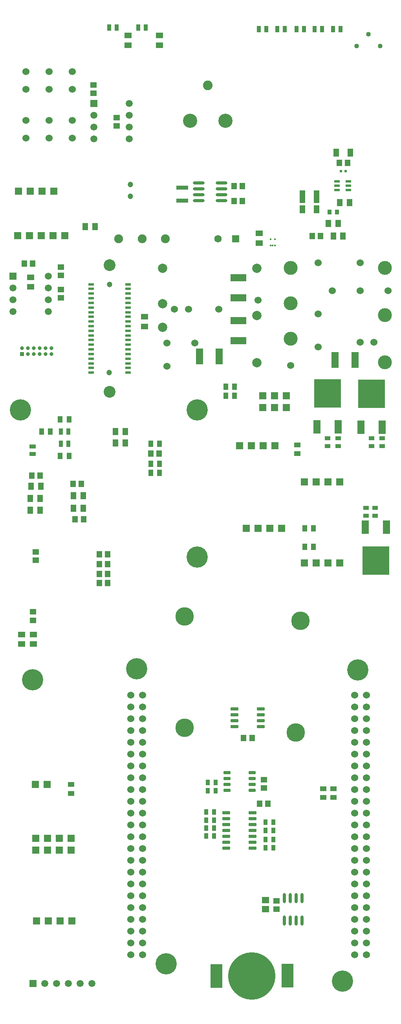
<source format=gbr>
G04 Layer_Color=255*
%FSLAX26Y26*%
%MOIN*%
%TF.FileFunction,Pads,Bot*%
%TF.Part,Single*%
G01*
G75*
%TA.AperFunction,SMDPad,CuDef*%
%ADD14R,0.057087X0.045276*%
%ADD15R,0.049213X0.059055*%
%ADD16R,0.059055X0.049213*%
%ADD17R,0.228346X0.244095*%
%ADD18R,0.062992X0.118110*%
%ADD19R,0.051181X0.033465*%
%ADD21R,0.102362X0.037402*%
G04:AMPARAMS|DCode=22|XSize=25.591mil|YSize=64.961mil|CornerRadius=1.919mil|HoleSize=0mil|Usage=FLASHONLY|Rotation=90.000|XOffset=0mil|YOffset=0mil|HoleType=Round|Shape=RoundedRectangle|*
%AMROUNDEDRECTD22*
21,1,0.025591,0.061122,0,0,90.0*
21,1,0.021752,0.064961,0,0,90.0*
1,1,0.003839,0.030561,0.010876*
1,1,0.003839,0.030561,-0.010876*
1,1,0.003839,-0.030561,-0.010876*
1,1,0.003839,-0.030561,0.010876*
%
%ADD22ROUNDEDRECTD22*%
%ADD23R,0.033465X0.051181*%
%ADD24R,0.045276X0.057087*%
%ADD25R,0.041339X0.055118*%
%TA.AperFunction,ComponentPad*%
%ADD29C,0.060000*%
%ADD30C,0.032500*%
%ADD31R,0.032500X0.032500*%
%ADD32C,0.100000*%
%ADD33C,0.047000*%
%ADD34R,0.060000X0.060000*%
%ADD35C,0.078740*%
%ADD36C,0.078740*%
%ADD37C,0.040000*%
%ADD38C,0.082000*%
%ADD39C,0.120000*%
%ADD40C,0.118110*%
%ADD41C,0.059055*%
%ADD42R,0.059055X0.059055*%
%ADD43C,0.047244*%
%TA.AperFunction,ViaPad*%
%ADD44C,0.060000*%
%TA.AperFunction,ComponentPad*%
%ADD45C,0.157000*%
%ADD46C,0.180000*%
%ADD47C,0.074803*%
%ADD48C,0.062992*%
%ADD49R,0.062992X0.062992*%
%TA.AperFunction,SMDPad,CuDef*%
%ADD52R,0.049500X0.024000*%
%ADD53R,0.098425X0.200787*%
%ADD54C,0.401575*%
%ADD55R,0.053150X0.037402*%
%ADD56R,0.037402X0.053150*%
%ADD57R,0.045276X0.106299*%
%ADD58R,0.045276X0.070866*%
%ADD59R,0.137795X0.062992*%
%ADD60R,0.062992X0.137795*%
%ADD61R,0.051181X0.021654*%
%ADD62R,0.023622X0.019685*%
%ADD63R,0.035433X0.039370*%
%ADD64O,0.098425X0.027559*%
G04:AMPARAMS|DCode=65|XSize=23.622mil|YSize=57.087mil|CornerRadius=2.008mil|HoleSize=0mil|Usage=FLASHONLY|Rotation=90.000|XOffset=0mil|YOffset=0mil|HoleType=Round|Shape=RoundedRectangle|*
%AMROUNDEDRECTD65*
21,1,0.023622,0.053071,0,0,90.0*
21,1,0.019606,0.057087,0,0,90.0*
1,1,0.004016,0.026535,0.009803*
1,1,0.004016,0.026535,-0.009803*
1,1,0.004016,-0.026535,-0.009803*
1,1,0.004016,-0.026535,0.009803*
%
%ADD65ROUNDEDRECTD65*%
%ADD66R,0.061024X0.053150*%
%ADD67R,0.055118X0.041339*%
%ADD68R,0.011811X0.017716*%
%ADD69O,0.023622X0.086614*%
D14*
X314964Y425197D02*
D03*
X314964Y496063D02*
D03*
X314960Y614171D02*
D03*
X314960Y685037D02*
D03*
X102364Y-1799213D02*
D03*
X102364Y-1728347D02*
D03*
X78740Y-2307087D02*
D03*
X78740Y-2236221D02*
D03*
X787400Y1881887D02*
D03*
X787400Y1952753D02*
D03*
X2037402Y-3657479D02*
D03*
X2037402Y-3728345D02*
D03*
X2145670Y-4685039D02*
D03*
X2145670Y-4755905D02*
D03*
X590548Y2157481D02*
D03*
X590548Y2228347D02*
D03*
D15*
X604334Y1027559D02*
D03*
X521656Y1027559D02*
D03*
X138780Y-1274409D02*
D03*
X56102Y-1274409D02*
D03*
X56100Y-1374411D02*
D03*
X138776Y-1374411D02*
D03*
X777560Y-805117D02*
D03*
X860238Y-805117D02*
D03*
X777560Y-706693D02*
D03*
X860238Y-706693D02*
D03*
X505314Y-1359641D02*
D03*
X422636Y-1359641D02*
D03*
X505316Y-1251375D02*
D03*
X422638Y-1251375D02*
D03*
X143702Y-1173227D02*
D03*
X61024Y-1173227D02*
D03*
X2627410Y949433D02*
D03*
X2710086Y949433D02*
D03*
X2667088Y1054431D02*
D03*
X2584410Y1054431D02*
D03*
X2683070Y1230315D02*
D03*
X2765748Y1230315D02*
D03*
D16*
X1999016Y889765D02*
D03*
X1999016Y972441D02*
D03*
X82678Y-2509841D02*
D03*
X82678Y-2427165D02*
D03*
X1151576Y2647635D02*
D03*
X1151576Y2564959D02*
D03*
X59056Y517125D02*
D03*
X59056Y599803D02*
D03*
X885828Y2564961D02*
D03*
X885828Y2647637D02*
D03*
X-19684Y-2427167D02*
D03*
X-19684Y-2509845D02*
D03*
X1023622Y265747D02*
D03*
X1023622Y183071D02*
D03*
D17*
X2989810Y-1801967D02*
D03*
X2950346Y-387009D02*
D03*
X2578740Y-383859D02*
D03*
D18*
X3079968Y-1518503D02*
D03*
X2899654Y-1518503D02*
D03*
X2860188Y-670473D02*
D03*
X3040502Y-670473D02*
D03*
X2488584Y-667323D02*
D03*
X2668898Y-667323D02*
D03*
D19*
X2903544Y-1423229D02*
D03*
X2903544Y-1356299D02*
D03*
X2982282Y-1423229D02*
D03*
X2982282Y-1356299D02*
D03*
X2667322Y-765747D02*
D03*
X2667322Y-832677D02*
D03*
X2578740Y-832677D02*
D03*
X2578740Y-765747D02*
D03*
X3041340Y-765747D02*
D03*
X3041340Y-832677D02*
D03*
X2952754Y-832679D02*
D03*
X2952754Y-765749D02*
D03*
D21*
X1346458Y1248031D02*
D03*
X1346458Y1358269D02*
D03*
D22*
X2010824Y-3057873D02*
D03*
X2010824Y-3107873D02*
D03*
X2010824Y-3157873D02*
D03*
X2010824Y-3207873D02*
D03*
X1788384Y-3057873D02*
D03*
X1788384Y-3107873D02*
D03*
X1788384Y-3157873D02*
D03*
X1788384Y-3207873D02*
D03*
X1719488Y-4236615D02*
D03*
X1719488Y-4186615D02*
D03*
X1719488Y-4136615D02*
D03*
X1719488Y-4086615D02*
D03*
X1719488Y-4036615D02*
D03*
X1719488Y-3986615D02*
D03*
X1719488Y-3936615D02*
D03*
X1941930Y-4236615D02*
D03*
X1941930Y-4186615D02*
D03*
X1941930Y-4136615D02*
D03*
X1941930Y-4086615D02*
D03*
X1941930Y-4036615D02*
D03*
X1941930Y-3986615D02*
D03*
X1941930Y-3936615D02*
D03*
D23*
X2120078Y-4086615D02*
D03*
X2053148Y-4086615D02*
D03*
X2053150Y-4234251D02*
D03*
X2120080Y-4234251D02*
D03*
X2120078Y-4165355D02*
D03*
X2053148Y-4165355D02*
D03*
X2053150Y-4017719D02*
D03*
X2120080Y-4017719D02*
D03*
X1616142Y-4133859D02*
D03*
X1549212Y-4133859D02*
D03*
X1549212Y-4066927D02*
D03*
X1616142Y-4066927D02*
D03*
X1616142Y-3999999D02*
D03*
X1549212Y-3999999D02*
D03*
X1549214Y-3933069D02*
D03*
X1616144Y-3933069D02*
D03*
X1561024Y-3751969D02*
D03*
X1627954Y-3751969D02*
D03*
X1627952Y-3683071D02*
D03*
X1561022Y-3683071D02*
D03*
D24*
X66930Y-1082677D02*
D03*
X137796Y-1082677D02*
D03*
X641734Y-1748031D02*
D03*
X712600Y-1748031D02*
D03*
X641734Y-1830709D02*
D03*
X712600Y-1830709D02*
D03*
X641732Y-1992125D02*
D03*
X712598Y-1992125D02*
D03*
X641734Y-1913383D02*
D03*
X712600Y-1913383D02*
D03*
X1078742Y-893699D02*
D03*
X1149608Y-893699D02*
D03*
X436418Y-1452161D02*
D03*
X507284Y-1452161D02*
D03*
X418702Y-1152949D02*
D03*
X489568Y-1152949D02*
D03*
X2518180Y949435D02*
D03*
X2447314Y949435D02*
D03*
X2677168Y1566927D02*
D03*
X2748036Y1566927D02*
D03*
X1783464Y1244095D02*
D03*
X1854330Y1244095D02*
D03*
X1783466Y1372047D02*
D03*
X1854332Y1372047D02*
D03*
X3936Y715945D02*
D03*
X74802Y715945D02*
D03*
X2001968Y-3860237D02*
D03*
X2072834Y-3860237D02*
D03*
X1866142Y-3306103D02*
D03*
X1937008Y-3306103D02*
D03*
D25*
X151576Y-708661D02*
D03*
X226378Y-708661D02*
D03*
X309056Y-913383D02*
D03*
X383860Y-913383D02*
D03*
X309056Y-606297D02*
D03*
X383860Y-606297D02*
D03*
X1076772Y-1059055D02*
D03*
X1151576Y-1059055D02*
D03*
X1151576Y-980313D02*
D03*
X1076772Y-980313D02*
D03*
X1789370Y-405511D02*
D03*
X1714566Y-405511D02*
D03*
X1714568Y-326773D02*
D03*
X1789370Y-326773D02*
D03*
X2383854Y-1527559D02*
D03*
X2458658Y-1527559D02*
D03*
X2458664Y-1685039D02*
D03*
X2383860Y-1685039D02*
D03*
X1076774Y-811023D02*
D03*
X1151576Y-811023D02*
D03*
D29*
X1009748Y-2942567D02*
D03*
X1009748Y-3042567D02*
D03*
X1009748Y-3142567D02*
D03*
X1009748Y-3242567D02*
D03*
X1009748Y-3342567D02*
D03*
X1009748Y-3442567D02*
D03*
X1009748Y-3542567D02*
D03*
X1009748Y-3642567D02*
D03*
X1009748Y-3742567D02*
D03*
X1009748Y-3842567D02*
D03*
X1009748Y-3942567D02*
D03*
X1009748Y-4042567D02*
D03*
X1009748Y-4142567D02*
D03*
X1009748Y-4242567D02*
D03*
X1009748Y-4342567D02*
D03*
X1009748Y-4442567D02*
D03*
X1009748Y-4542567D02*
D03*
X1009748Y-4642567D02*
D03*
X1009748Y-4742567D02*
D03*
X1009748Y-4842567D02*
D03*
X1009748Y-4942567D02*
D03*
X1009748Y-5042567D02*
D03*
X1009748Y-5142567D02*
D03*
X909748Y-3042567D02*
D03*
X909748Y-3142567D02*
D03*
X909748Y-3242567D02*
D03*
X909748Y-3342567D02*
D03*
X909748Y-3442567D02*
D03*
X909748Y-3542567D02*
D03*
X909748Y-3642567D02*
D03*
X909748Y-3742567D02*
D03*
X909748Y-3842567D02*
D03*
X909748Y-3942567D02*
D03*
X909748Y-4042567D02*
D03*
X909748Y-4142567D02*
D03*
X909748Y-4242567D02*
D03*
X909748Y-4342567D02*
D03*
X909748Y-4442567D02*
D03*
X909748Y-4542567D02*
D03*
X909748Y-4642567D02*
D03*
X909748Y-4742567D02*
D03*
X909748Y-4842567D02*
D03*
X909748Y-4942567D02*
D03*
X909748Y-5042567D02*
D03*
X909748Y-5142567D02*
D03*
X2809748Y-2942567D02*
D03*
X2909748Y-2942567D02*
D03*
X2909748Y-3042567D02*
D03*
X2909748Y-3142567D02*
D03*
X2909748Y-3242567D02*
D03*
X2909748Y-3342567D02*
D03*
X2909748Y-3442567D02*
D03*
X2909748Y-3542567D02*
D03*
X2909748Y-3642567D02*
D03*
X2909748Y-3742567D02*
D03*
X2909748Y-3842567D02*
D03*
X2909748Y-3942567D02*
D03*
X2909748Y-4042567D02*
D03*
X2909748Y-4142567D02*
D03*
X2909748Y-4242567D02*
D03*
X2909748Y-4342567D02*
D03*
X2909748Y-4442567D02*
D03*
X2909748Y-4542567D02*
D03*
X2909748Y-4642567D02*
D03*
X2909748Y-4742567D02*
D03*
X2909748Y-4842567D02*
D03*
X2909748Y-4942567D02*
D03*
X2909748Y-5042567D02*
D03*
X2909748Y-5142567D02*
D03*
X2809748Y-3042567D02*
D03*
X2809748Y-3142567D02*
D03*
X2809748Y-3242567D02*
D03*
X2809748Y-3342567D02*
D03*
X2809748Y-3442567D02*
D03*
X2809748Y-3542567D02*
D03*
X2809748Y-3642567D02*
D03*
X2809748Y-3742567D02*
D03*
X2809748Y-3842567D02*
D03*
X2809748Y-3942567D02*
D03*
X2809748Y-4042567D02*
D03*
X2809748Y-4142567D02*
D03*
X2809748Y-4242567D02*
D03*
X2809748Y-4342567D02*
D03*
X2809748Y-4442567D02*
D03*
X2809748Y-4542567D02*
D03*
X2809748Y-4642567D02*
D03*
X2809748Y-4742567D02*
D03*
X2809748Y-4842567D02*
D03*
X2809748Y-4942567D02*
D03*
X2809748Y-5042567D02*
D03*
X2809748Y-5142567D02*
D03*
X909748Y-2942567D02*
D03*
X413386Y2342520D02*
D03*
X413386Y2192913D02*
D03*
X19685Y2342520D02*
D03*
X19685Y2192913D02*
D03*
X19685Y1929134D02*
D03*
X19685Y1779527D02*
D03*
X216535Y2342520D02*
D03*
X216535Y2192913D02*
D03*
X216535Y1929134D02*
D03*
X216535Y1779527D02*
D03*
X413386Y1929134D02*
D03*
X413386Y1779527D02*
D03*
D30*
X185000Y-50000D02*
D03*
X35000Y-50000D02*
D03*
X85000Y-50000D02*
D03*
X135000Y-50000D02*
D03*
X235000Y-50000D02*
D03*
X-15000Y0D02*
D03*
X35000Y0D02*
D03*
X85000Y0D02*
D03*
X135000Y0D02*
D03*
X185000Y0D02*
D03*
X235000Y0D02*
D03*
D31*
X-15000Y-50000D02*
D03*
D32*
X728346Y-370846D02*
D03*
X728346Y701554D02*
D03*
D33*
X728346Y539654D02*
D03*
X726746Y-208946D02*
D03*
D34*
X400197Y-4254134D02*
D03*
X300197Y-4254134D02*
D03*
X200197Y-4254134D02*
D03*
X100197Y-4254134D02*
D03*
X100197Y-4154134D02*
D03*
X200197Y-4154134D02*
D03*
X300197Y-4154134D02*
D03*
X400197Y-4154134D02*
D03*
X2027559Y-503937D02*
D03*
X2127559Y-503937D02*
D03*
X2227559Y-503937D02*
D03*
X2227559Y-403937D02*
D03*
X2127559Y-403937D02*
D03*
X2027559Y-403937D02*
D03*
X1889764Y-1527559D02*
D03*
X1989764Y-1527559D02*
D03*
X2089764Y-1527559D02*
D03*
X2189764Y-1527559D02*
D03*
X1830709Y-828740D02*
D03*
X1930709Y-828740D02*
D03*
X2030709Y-828740D02*
D03*
X2130709Y-828740D02*
D03*
X2381890Y-1133858D02*
D03*
X2481890Y-1133858D02*
D03*
X2581890Y-1133858D02*
D03*
X2681890Y-1133858D02*
D03*
X255905Y1326772D02*
D03*
X155905Y1326772D02*
D03*
X55906Y1326772D02*
D03*
X-44094Y1326772D02*
D03*
X407677Y-4855315D02*
D03*
X307677Y-4855315D02*
D03*
X207677Y-4855315D02*
D03*
X107677Y-4855315D02*
D03*
X2381890Y-1822835D02*
D03*
X2481890Y-1822835D02*
D03*
X2581890Y-1822835D02*
D03*
X2681890Y-1822835D02*
D03*
X197441Y-3699410D02*
D03*
X97441Y-3699410D02*
D03*
X-52559Y950591D02*
D03*
X347441Y950591D02*
D03*
X247441Y950591D02*
D03*
X147441Y950591D02*
D03*
X47441Y950591D02*
D03*
D35*
X1978346Y273622D02*
D03*
D36*
X1178346Y673622D02*
D03*
X1178346Y373622D02*
D03*
X1178346Y173622D02*
D03*
X1978346Y673622D02*
D03*
X1978346Y-126378D02*
D03*
D37*
X2925378Y2659433D02*
D03*
X3025378Y2559433D02*
D03*
X2825378Y2559433D02*
D03*
D38*
X1560378Y2225433D02*
D03*
D39*
X1710378Y1925433D02*
D03*
X1410378Y1925433D02*
D03*
D40*
X2263780Y377165D02*
D03*
X2263780Y77165D02*
D03*
X2263780Y677165D02*
D03*
X3063780Y-122835D02*
D03*
X3063780Y277165D02*
D03*
X3063780Y677165D02*
D03*
D41*
X209058Y310039D02*
D03*
X209058Y410039D02*
D03*
X209058Y510039D02*
D03*
X209058Y610039D02*
D03*
X-90942Y310039D02*
D03*
X-90942Y410039D02*
D03*
X-90942Y510039D02*
D03*
X896064Y1773229D02*
D03*
X896064Y1873229D02*
D03*
X896064Y1973229D02*
D03*
X896064Y2073229D02*
D03*
X596064Y1773229D02*
D03*
X596064Y1873229D02*
D03*
X596064Y1973229D02*
D03*
X578738Y-5385827D02*
D03*
X478738Y-5385827D02*
D03*
X378738Y-5385827D02*
D03*
X278738Y-5385827D02*
D03*
X178738Y-5385827D02*
D03*
D42*
X-90942Y610039D02*
D03*
X596064Y2073229D02*
D03*
X78738Y-5385827D02*
D03*
D43*
X903542Y1286613D02*
D03*
X903542Y1386613D02*
D03*
D44*
X2972442Y47245D02*
D03*
X2854330Y47245D02*
D03*
X2500000Y7875D02*
D03*
X2263780Y-149607D02*
D03*
X2500000Y288465D02*
D03*
X2618110Y485315D02*
D03*
X2854330Y485315D02*
D03*
X3090550Y485315D02*
D03*
X2854330Y721535D02*
D03*
X2500000Y721535D02*
D03*
X1988188Y406575D02*
D03*
X1653542Y327835D02*
D03*
X1279528Y327835D02*
D03*
X1397638Y327835D02*
D03*
X1451692Y42245D02*
D03*
X1215472Y42245D02*
D03*
X1215472Y-154607D02*
D03*
D45*
X2308960Y-3257527D02*
D03*
X2348330Y-2312645D02*
D03*
X1364078Y-2273275D02*
D03*
X1364078Y-3218157D02*
D03*
D46*
X1209748Y-5217567D02*
D03*
X2706694Y-5366141D02*
D03*
X2834646Y-2728347D02*
D03*
X959748Y-2717567D02*
D03*
X-27558Y-524409D02*
D03*
X74804Y-2811023D02*
D03*
X1472442Y-1771653D02*
D03*
X1472442Y-524409D02*
D03*
D47*
X1003740Y925591D02*
D03*
X805314Y925591D02*
D03*
X1202164Y925591D02*
D03*
D48*
X1648622Y925591D02*
D03*
D49*
X1797440Y925591D02*
D03*
D52*
X570746Y539654D02*
D03*
X570746Y500254D02*
D03*
X570746Y460854D02*
D03*
X570746Y421454D02*
D03*
X570746Y382054D02*
D03*
X570746Y342654D02*
D03*
X570746Y303254D02*
D03*
X570746Y263854D02*
D03*
X570746Y224454D02*
D03*
X570746Y185054D02*
D03*
X570746Y145654D02*
D03*
X570746Y106254D02*
D03*
X570746Y66854D02*
D03*
X570746Y27454D02*
D03*
X570746Y-11946D02*
D03*
X570746Y-51346D02*
D03*
X570746Y-90746D02*
D03*
X570746Y-130146D02*
D03*
X570746Y-169546D02*
D03*
X570746Y-208946D02*
D03*
X885946Y539654D02*
D03*
X885946Y500254D02*
D03*
X885946Y460854D02*
D03*
X885946Y421454D02*
D03*
X885946Y382054D02*
D03*
X885946Y342654D02*
D03*
X885946Y303254D02*
D03*
X885946Y263854D02*
D03*
X885946Y224454D02*
D03*
X885946Y185054D02*
D03*
X885946Y145654D02*
D03*
X885946Y106254D02*
D03*
X885946Y66854D02*
D03*
X885946Y27454D02*
D03*
X885946Y-11946D02*
D03*
X885946Y-51346D02*
D03*
X885946Y-90746D02*
D03*
X885946Y-130146D02*
D03*
X885946Y-169546D02*
D03*
X885946Y-208946D02*
D03*
D03*
D53*
X1634842Y-5320866D02*
D03*
X2237205Y-5316929D02*
D03*
D54*
X1936024Y-5320866D02*
D03*
D55*
X74804Y-834645D02*
D03*
X74804Y-897637D02*
D03*
D56*
X314960Y-811025D02*
D03*
X377952Y-811025D02*
D03*
X314960Y-708663D02*
D03*
X377952Y-708663D02*
D03*
X726378Y2714567D02*
D03*
X789370Y2714567D02*
D03*
X1995046Y2700785D02*
D03*
X2058040Y2700785D02*
D03*
X2314962Y2700787D02*
D03*
X2377954Y2700787D02*
D03*
X2151574Y2700785D02*
D03*
X2214566Y2700785D02*
D03*
X2468504Y2700785D02*
D03*
X2531496Y2700785D02*
D03*
X2624016Y2700785D02*
D03*
X2687008Y2700785D02*
D03*
X972442Y2714567D02*
D03*
X1035434Y2714567D02*
D03*
D57*
X2366692Y1282433D02*
D03*
X2484802Y1282433D02*
D03*
D58*
X2366142Y1175195D02*
D03*
X2484252Y1175195D02*
D03*
X2652694Y1653431D02*
D03*
X2770806Y1653431D02*
D03*
D59*
X1820866Y425197D02*
D03*
X1820866Y594487D02*
D03*
X1820866Y230315D02*
D03*
X1820866Y61023D02*
D03*
D60*
X2811022Y-100395D02*
D03*
X2641732Y-100395D02*
D03*
X1659450Y-70867D02*
D03*
X1490160Y-70867D02*
D03*
D61*
X2659452Y1413385D02*
D03*
X2659452Y1375983D02*
D03*
X2659452Y1338581D02*
D03*
X2753940Y1338581D02*
D03*
X2753940Y1375983D02*
D03*
X2753940Y1413385D02*
D03*
D62*
X2693066Y1499433D02*
D03*
X2732436Y1499433D02*
D03*
D63*
X2596454Y1151573D02*
D03*
X2659446Y1151573D02*
D03*
D64*
X1679134Y1397835D02*
D03*
X1679134Y1347835D02*
D03*
X1679134Y1297835D02*
D03*
X1679134Y1247835D02*
D03*
X1486220Y1397835D02*
D03*
X1486220Y1347835D02*
D03*
X1486220Y1297835D02*
D03*
X1486220Y1247835D02*
D03*
D65*
X1937992Y-3598229D02*
D03*
X1937992Y-3648229D02*
D03*
X1937992Y-3698229D02*
D03*
X1937992Y-3748229D02*
D03*
X1723426Y-3598229D02*
D03*
X1723426Y-3648229D02*
D03*
X1723426Y-3698229D02*
D03*
X1723426Y-3748229D02*
D03*
D66*
X2051182Y-4677165D02*
D03*
X2051182Y-4755907D02*
D03*
D67*
X2322836Y-895671D02*
D03*
X2322836Y-820867D02*
D03*
X401576Y-3698821D02*
D03*
X401576Y-3773623D02*
D03*
X2627952Y-3734251D02*
D03*
X2627952Y-3809053D02*
D03*
X2543306Y-3809055D02*
D03*
X2543306Y-3734251D02*
D03*
D68*
X2132874Y921417D02*
D03*
X2093504Y921417D02*
D03*
X2093504Y868267D02*
D03*
X2113190Y868267D02*
D03*
X2132874Y868267D02*
D03*
D69*
X2362402Y-4850393D02*
D03*
X2312402Y-4850393D02*
D03*
X2262402Y-4850393D02*
D03*
X2212402Y-4850393D02*
D03*
X2362402Y-4661417D02*
D03*
X2312402Y-4661417D02*
D03*
X2262402Y-4661417D02*
D03*
X2212402Y-4661417D02*
D03*
%TF.MD5,d094763a27b1a8e2f30586a37be33d05*%
M02*

</source>
